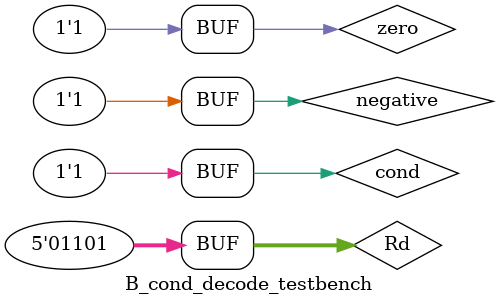
<source format=sv>
/*
 * EE469 Autumn 2022
 * Haosen Li, Peter Tran
 * 
 * This file contains the logic for B.cond.
 *
 * Inputs:
 * negative     - 1 bit, True if ALU output is negative, false otherwise.
 * zero         - 1 bit, True if ALU output is zero, false otherwise.
 * cond			 - 1 bit, True if Opcode is B.cond, false otherwise.
 * Rd				 - 5 bits, The 5 bits to determine the condition operation.
 *
 * Outputs:
 * branch       - 1 bit, True if conditions are met and needs to branch.
 */

`timescale 10ps / 1ps
module B_cond_decode(
	input  logic negative, zero, cond,
	input  logic [4:0] Rd,
	output logic branch
	);
	
	// logic
	logic not_a, not_b, not_c, not_d, not_zero, not_neg, eq, ne, ge, lt, gt, le;
	logic eq_val, ne_val, ge_val, lt_val, gt_val, le_val;
	logic ge_logic, lt_logic, gt_logic, le_logic;
	logic branch_temp1, branch_temp2;
	
	// not signals
	not #5 nd(not_d, Rd[0]);
	not #5 nc(not_c, Rd[1]);
	not #5 nb(not_b, Rd[2]);
	not #5 na(not_a, Rd[3]);
	not #5 n0(not_zero, zero);
	not #5 nn(not_neg, negative);
	
	// condition values
	and #5 eqVal(eq_val, not_a, not_b, not_c, not_d);
	and #5 neVal(ne_val, not_a, not_b, not_c, Rd[0]);
	and #5 geVal(ge_val, Rd[3], not_b, Rd[1], not_d);
	and #5 ltVal(lt_val, Rd[3], not_b, Rd[1], Rd[0]);
	and #5 gtVal(gt_val, Rd[3], Rd[2], not_c, not_d);
	and #5 leVal(le_val, Rd[3], Rd[2], not_c, Rd[0]);
	
	// conditional logic with negative and zeros
	or #5 not_neg_or_zero(ge_logic, not_neg, zero);
	and #5 neg_and_not_zero(lt_logic, negative, not_zero);
	and #5 not_neg_and_not_zero(gt_logic, not_neg, not_zero);
	or #5 neg_or_zero(le_logic, negative, zero);
	
	// Conditional logic
	and #5 equal_to(eq, cond, eq_val, zero);
	and #5 not_equal(ne, cond, ne_val, not_zero);
	and #5 greater_equal(ge, cond, ge_val, ge_logic);
	and #5 less_than(lt, cond, lt_val, lt_logic);
	and #5 greater_than(gt, cond, gt_val, gt_logic);
	and #5 less_equal(le, cond, le_val, le_logic);
	
	// branch logic
	or #5 branch_log_temp1(branch_temp1, eq, ne, ge);
	or #5 branch_log_temp2(branch_temp2, lt, gt, le);
	or #5 branch_logic(branch, branch_temp1, branch_temp2);
	
endmodule

`timescale 10ps / 1ps
module B_cond_decode_testbench();
	logic negative, zero, cond;
	logic [4:0] Rd;
	logic branch;
	
	B_cond_decode dut(.*);
	
	initial begin
	cond = 1'b1;
	Rd = 5'b00000;	//EQ
	zero = 1'b0; negative = 1'b0; # 100;
	zero = 1'b0; negative = 1'b1; # 100;
	zero = 1'b1; negative = 1'b0; # 100;
	zero = 1'b1; negative = 1'b1; # 100;
	
	Rd = 5'b00001;	//NE
	zero = 1'b0; negative = 1'b0; # 100;
	zero = 1'b0; negative = 1'b1; # 100;
	zero = 1'b1; negative = 1'b0; # 100;
	zero = 1'b1; negative = 1'b1; # 100;
	
	Rd = 5'b01010;	//GE
	zero = 1'b0; negative = 1'b0; # 100;
	zero = 1'b0; negative = 1'b1; # 100;
	zero = 1'b1; negative = 1'b0; # 100;
	zero = 1'b1; negative = 1'b1; # 100;
	
	Rd = 5'b01011;	//LT
	zero = 1'b0; negative = 1'b0; # 100;
	zero = 1'b0; negative = 1'b1; # 100;
	zero = 1'b1; negative = 1'b0; # 100;
	zero = 1'b1; negative = 1'b1; # 100;
	
	Rd = 5'b01100;	//GT
	zero = 1'b0; negative = 1'b0; # 100;
	zero = 1'b0; negative = 1'b1; # 100;
	zero = 1'b1; negative = 1'b0; # 100;
	zero = 1'b1; negative = 1'b1; # 100;
	
	Rd = 5'b01101;	//LE
	zero = 1'b0; negative = 1'b0; # 100;
	zero = 1'b0; negative = 1'b1; # 100;
	zero = 1'b1; negative = 1'b0; # 100;
	zero = 1'b1; negative = 1'b1; # 100;
	end
	
endmodule
</source>
